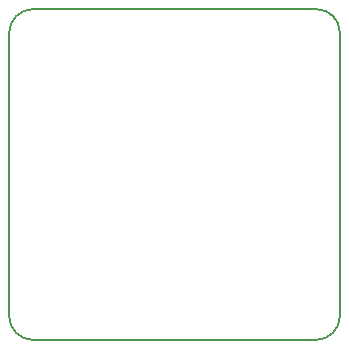
<source format=gbr>
%TF.GenerationSoftware,KiCad,Pcbnew,(5.1.6)-1*%
%TF.CreationDate,2023-12-18T11:35:21+08:00*%
%TF.ProjectId,stepper_motor,73746570-7065-4725-9f6d-6f746f722e6b,1*%
%TF.SameCoordinates,PX6979f40PYa1135a0*%
%TF.FileFunction,Profile,NP*%
%FSLAX46Y46*%
G04 Gerber Fmt 4.6, Leading zero omitted, Abs format (unit mm)*
G04 Created by KiCad (PCBNEW (5.1.6)-1) date 2023-12-18 11:35:21*
%MOMM*%
%LPD*%
G01*
G04 APERTURE LIST*
%TA.AperFunction,Profile*%
%ADD10C,0.150000*%
%TD*%
G04 APERTURE END LIST*
D10*
X28000000Y2000000D02*
G75*
G02*
X26000000Y0I-2000000J0D01*
G01*
X2000000Y0D02*
G75*
G02*
X0Y2000000I0J2000000D01*
G01*
X0Y26000000D02*
G75*
G02*
X2000000Y28000000I2000000J0D01*
G01*
X26000000Y28000000D02*
G75*
G02*
X28000000Y26000000I0J-2000000D01*
G01*
X0Y26000000D02*
X0Y2000000D01*
X26000000Y28000000D02*
X2000000Y28000000D01*
X28000000Y2000000D02*
X28000000Y26000000D01*
X2000000Y0D02*
X26000000Y0D01*
M02*

</source>
